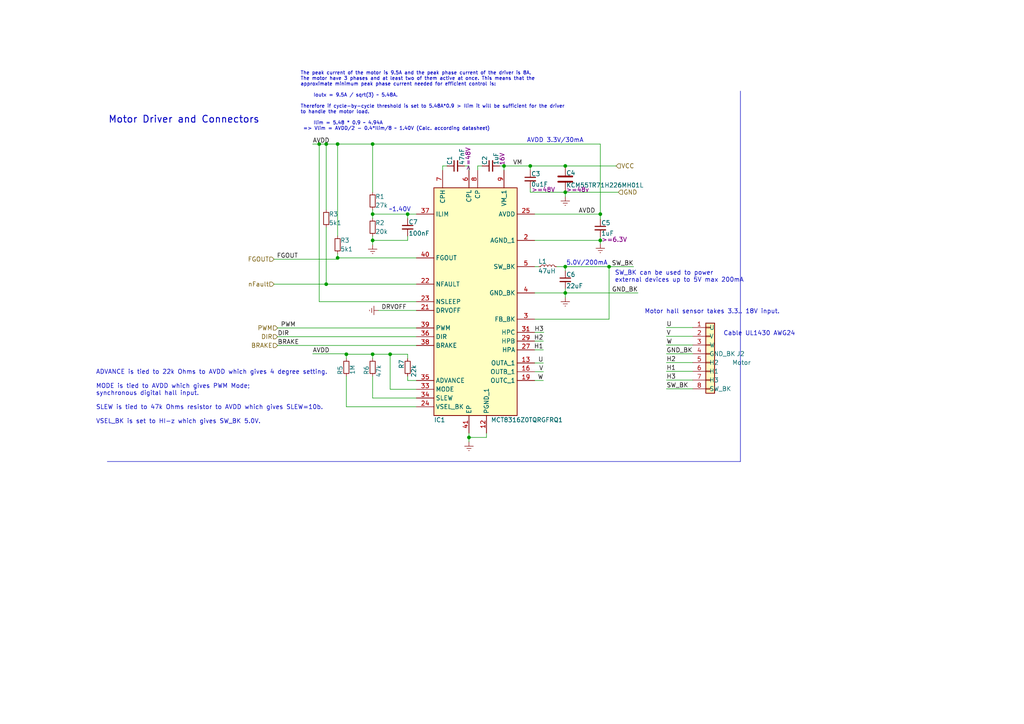
<source format=kicad_sch>
(kicad_sch (version 20230121) (generator eeschema)
  (paper "A4")
  (lib_symbols
    (symbol "Connector_Generic:Conn_01x08" (pin_names (offset 1.016))
      (property "Reference" "J2" (at 7.62 0 0))
      (property "Value" "Motor" (at 6.35 -2.54 0))
      (symbol "Conn_01x08_1_1"
        (rectangle (start -1.27 -10.033) (end 0 -10.287) (stroke (width 0.1524)))
        (rectangle (start -1.27 -7.493) (end 0 -7.747) (stroke (width 0.1524)))
        (rectangle (start -1.27 -4.953) (end 0 -5.207) (stroke (width 0.1524)))
        (rectangle (start -1.27 -2.413) (end 0 -2.667) (stroke (width 0.1524)))
        (rectangle (start -1.27 0.127) (end 0 -0.127) (stroke (width 0.1524)))
        (rectangle (start -1.27 2.667) (end 0 2.413) (stroke (width 0.1524)))
        (rectangle (start -1.27 5.207) (end 0 4.953) (stroke (width 0.1524)))
        (rectangle (start -1.27 7.747) (end 0 7.493) (stroke (width 0.1524)))
        (rectangle (start -1.27 8.89) (end 1.27 -11.43) (stroke (width 0.254)) (fill (type background)))
        (pin passive line (at -5.08 7.62 0) (length 3.81) (name "U") (number "1"))
        (pin passive line (at -5.08 5.08 0) (length 3.81) (name "V") (number "2"))
        (pin passive line (at -5.08 2.54 0) (length 3.81) (name "W") (number "3"))
        (pin passive line (at -5.08 0 0) (length 3.81) (name "GND_BK") (number "4"))
        (pin passive line (at -5.08 -2.54 0) (length 3.81) (name "H2") (number "5"))
        (pin passive line (at -5.08 -5.08 0) (length 3.81) (name "H1") (number "6"))
        (pin passive line (at -5.08 -7.62 0) (length 3.81) (name "H3") (number "7"))
        (pin passive line (at -5.08 -10.16 0) (length 3.81) (name "SW_BK") (number "8") (alternate "SW_BK" passive line))
      )
    )
    (symbol "Device:C" (pin_numbers hide) (pin_names (offset 0.254))
      (property "Reference" "C" (at 0.635 2.54 0))
      (property "Value" "C" (at 0.635 -2.54 0))
      (symbol "C_0_1"
        (polyline (pts (xy -2.032 -0.762) (xy 2.032 -0.762)) (stroke (width 0.508)))
        (polyline (pts (xy -2.032 0.762) (xy 2.032 0.762)) (stroke (width 0.508)))
      )
      (symbol "C_1_1"
        (pin passive line (at 0 3.81 270) (length 2.794) (name "~") (number "1"))
        (pin passive line (at 0 -3.81 90) (length 2.794) (name "~") (number "2"))
      )
    )
    (symbol "Device:C_Small" (pin_numbers hide) (pin_names (offset 0.254) hide)
      (property "Reference" "C" (at 0.254 1.778 0))
      (property "Value" "C_Small" (at 0.254 -2.032 0))
      (symbol "C_Small_0_1"
        (polyline (pts (xy -1.524 -0.508) (xy 1.524 -0.508)) (stroke (width 0.3302)))
        (polyline (pts (xy -1.524 0.508) (xy 1.524 0.508)) (stroke (width 0.3048)))
      )
      (symbol "C_Small_1_1"
        (pin passive line (at 0 2.54 270) (length 2.032) (name "~") (number "1"))
        (pin passive line (at 0 -2.54 90) (length 2.032) (name "~") (number "2"))
      )
    )
    (symbol "Device:L_Small" (pin_numbers hide) (pin_names (offset 0.254) hide)
      (property "Reference" "L" (at 0.762 1.016 0))
      (property "Value" "L_Small" (at 0.762 -1.016 0))
      (symbol "L_Small_0_1"
        (arc (start 0 -2.032) (mid 0.5058 -1.524) (end 0 -1.016))
        (arc (start 0 -1.016) (mid 0.5058 -0.508) (end 0 0))
        (arc (start 0 0) (mid 0.5058 0.508) (end 0 1.016))
        (arc (start 0 1.016) (mid 0.5058 1.524) (end 0 2.032))
      )
      (symbol "L_Small_1_1"
        (pin passive line (at 0 2.54 270) (length 0.508) (name "~") (number "1"))
        (pin passive line (at 0 -2.54 90) (length 0.508) (name "~") (number "2"))
      )
    )
    (symbol "Device:R_Small" (pin_numbers hide) (pin_names (offset 0.254) hide)
      (property "Reference" "R" (at 0.762 0.508 0))
      (property "Value" "R_Small" (at 0.762 -1.016 0))
      (symbol "R_Small_0_1"
        (rectangle (start -0.762 1.778) (end 0.762 -1.778) (stroke (width 0.2032)))
      )
      (symbol "R_Small_1_1"
        (pin passive line (at 0 2.54 270) (length 0.762) (name "~") (number "1"))
        (pin passive line (at 0 -2.54 90) (length 0.762) (name "~") (number "2"))
      )
    )
    (symbol "MCT8316Z0TQRGFRQ1:MCT8316Z0TQRGFRQ1"
      (property "Reference" "IC?" (at 5.08 -54.61 0))
      (property "Value" "MCT8316Z0TQRGFRQ1" (at 21.59 -54.61 0))
      (symbol "MCT8316Z0TQRGFRQ1_1_1"
        (rectangle (start 5.08 12.7) (end 29.21 -53.34) (stroke (width 0.254)) (fill (type background)))
        (pin no_connect line (at 29.21 -5.08 180) (length 5.08) hide (name "NC") (number "1"))
        (pin passive line (at 25.4 17.78 270) (length 5.08) hide (name "VM_2") (number "10"))
        (pin passive line (at 25.4 17.78 270) (length 5.08) hide (name "VM_3") (number "11"))
        (pin passive line (at 20.32 -58.42 90) (length 5.08) (name "PGND_1") (number "12"))
        (pin passive line (at 34.29 -38.1 180) (length 5.08) (name "OUTA_1") (number "13"))
        (pin passive line (at 34.29 -38.1 180) (length 5.08) hide (name "OUTA_2") (number "14"))
        (pin passive line (at 20.32 -58.42 90) (length 5.08) hide (name "PGND_2") (number "15"))
        (pin passive line (at 34.29 -40.64 180) (length 5.08) (name "OUTB_1") (number "16"))
        (pin passive line (at 34.29 -40.64 180) (length 5.08) hide (name "OUTB_2") (number "17"))
        (pin passive line (at 20.32 -58.42 90) (length 5.08) hide (name "PGND_3") (number "18"))
        (pin passive line (at 34.29 -43.18 180) (length 5.08) (name "OUTC_1") (number "19"))
        (pin passive line (at 34.29 -2.54 180) (length 5.08) (name "AGND_1") (number "2"))
        (pin passive line (at 34.29 -43.18 180) (length 5.08) hide (name "OUTC_2") (number "20"))
        (pin passive line (at 0 -22.86 0) (length 5.08) (name "DRVOFF") (number "21"))
        (pin passive line (at 0 -15.24 0) (length 5.08) (name "NFAULT") (number "22"))
        (pin passive line (at 0 -20.32 0) (length 5.08) (name "NSLEEP") (number "23"))
        (pin passive line (at 0 -50.8 0) (length 5.08) (name "VSEL_BK") (number "24"))
        (pin passive line (at 34.29 5.08 180) (length 5.08) (name "AVDD") (number "25"))
        (pin passive line (at 34.29 -2.54 180) (length 5.08) hide (name "AGND_2") (number "26"))
        (pin passive line (at 34.29 -34.29 180) (length 5.08) (name "HPA") (number "27"))
        (pin no_connect line (at 29.21 -21.59 180) (length 5.08) hide (name "HNA") (number "28"))
        (pin passive line (at 34.29 -31.75 180) (length 5.08) (name "HPB") (number "29"))
        (pin passive line (at 34.29 -25.4 180) (length 5.08) (name "FB_BK") (number "3"))
        (pin no_connect line (at 29.21 -21.59 180) (length 5.08) hide (name "HNB") (number "30"))
        (pin passive line (at 34.29 -29.21 180) (length 5.08) (name "HPC") (number "31"))
        (pin no_connect line (at 29.21 -21.59 180) (length 5.08) hide (name "HNC") (number "32"))
        (pin passive line (at 0 -45.72 0) (length 5.08) (name "MODE") (number "33"))
        (pin passive line (at 0 -48.26 0) (length 5.08) (name "SLEW") (number "34"))
        (pin passive line (at 0 -43.18 0) (length 5.08) (name "ADVANCE") (number "35"))
        (pin passive line (at 0 -30.48 0) (length 5.08) (name "DIR") (number "36"))
        (pin passive line (at 0 5.08 0) (length 5.08) (name "ILIM") (number "37"))
        (pin passive line (at 0 -33.02 0) (length 5.08) (name "BRAKE") (number "38"))
        (pin passive line (at 0 -27.94 0) (length 5.08) (name "PWM") (number "39"))
        (pin passive line (at 34.29 -17.78 180) (length 5.08) (name "GND_BK") (number "4"))
        (pin passive line (at 0 -7.62 0) (length 5.08) (name "FGOUT") (number "40"))
        (pin passive line (at 15.24 -58.42 90) (length 5.08) (name "EP") (number "41"))
        (pin passive line (at 34.29 -10.16 180) (length 5.08) (name "SW_BK") (number "5"))
        (pin passive line (at 15.24 17.78 270) (length 5.08) (name "CPL") (number "6"))
        (pin passive line (at 7.62 17.78 270) (length 5.08) (name "CPH") (number "7"))
        (pin passive line (at 17.78 17.78 270) (length 5.08) (name "CP") (number "8"))
        (pin passive line (at 25.4 17.78 270) (length 5.08) (name "VM_1") (number "9"))
      )
    )
    (symbol "power:GNDREF" (power) (pin_names (offset 0))
      (property "Value" "GNDREF" (at 0 -3.81 0))
      (symbol "GNDREF_0_1"
        (polyline (pts (xy -0.635 -1.905) (xy 0.635 -1.905)))
        (polyline (pts (xy -0.127 -2.54) (xy 0.127 -2.54)))
        (polyline (pts (xy 0 -1.27) (xy 0 0)))
        (polyline (pts (xy 1.27 -1.27) (xy -1.27 -1.27)))
      )
      (symbol "GNDREF_1_1"
        (pin power_in line (at 0 0 270) (length 0) hide (name "GNDREF") (number "1"))
      )
    )
  )
  (junction (at 108.077 69.723))
  (junction (at 108.077 102.743))
  (junction (at 108.077 62.103))
  (junction (at 146.177 48.133))
  (junction (at 136.017 126.873))
  (junction (at 97.917 41.783))
  (junction (at 94.615 41.783))
  (junction (at 153.797 48.133))
  (junction (at 176.657 77.343))
  (junction (at 92.583 41.783))
  (junction (at 163.957 84.963))
  (junction (at 118.237 62.103))
  (junction (at 163.957 55.753))
  (junction (at 108.077 41.783))
  (junction (at 174.117 69.723))
  (junction (at 163.957 77.343))
  (junction (at 113.157 102.743))
  (junction (at 100.457 102.743))
  (junction (at 97.917 74.803))
  (junction (at 163.957 48.133))
  (junction (at 174.117 62.103))
  (junction (at 94.615 82.423))
  (wire (pts (xy 153.797 55.753) (xy 163.957 55.753)))
  (polyline (pts (xy 31.115 133.858) (xy 214.757 133.858)))
  (wire (pts (xy 120.777 112.903) (xy 113.157 112.903)))
  (wire (pts (xy 118.237 109.093) (xy 118.237 110.363)))
  (wire (pts (xy 94.615 82.423) (xy 79.502 82.423)))
  (wire (pts (xy 108.077 62.103) (xy 118.237 62.103)))
  (wire (pts (xy 153.797 48.133) (xy 163.957 48.133)))
  (wire (pts (xy 90.678 102.616) (xy 100.457 102.616)))
  (wire (pts (xy 128.397 48.133) (xy 129.667 48.133)))
  (wire (pts (xy 94.615 41.783) (xy 94.615 60.833)))
  (wire (pts (xy 92.583 87.503) (xy 120.777 87.503)))
  (wire (pts (xy 118.237 110.363) (xy 120.777 110.363)))
  (wire (pts (xy 155.067 107.823) (xy 157.607 107.823)))
  (wire (pts (xy 153.797 48.133) (xy 153.797 49.403)))
  (wire (pts (xy 108.077 69.723) (xy 108.077 70.993)))
  (wire (pts (xy 155.067 105.283) (xy 157.607 105.283)))
  (wire (pts (xy 155.067 96.393) (xy 157.734 96.393)))
  (wire (pts (xy 118.237 104.013) (xy 118.237 102.743)))
  (wire (pts (xy 128.397 48.133) (xy 128.397 49.403)))
  (wire (pts (xy 163.957 84.963) (xy 155.067 84.963)))
  (wire (pts (xy 94.615 65.913) (xy 94.615 82.423)))
  (wire (pts (xy 97.917 75.184) (xy 97.917 74.803)))
  (wire (pts (xy 92.583 41.783) (xy 94.615 41.783)))
  (wire (pts (xy 80.518 95.123) (xy 120.777 95.123)))
  (wire (pts (xy 193.294 94.996) (xy 200.914 94.996)))
  (wire (pts (xy 155.067 77.343) (xy 156.337 77.343)))
  (wire (pts (xy 174.117 62.103) (xy 174.117 63.627)))
  (wire (pts (xy 138.557 48.133) (xy 138.557 49.403)))
  (wire (pts (xy 108.077 60.833) (xy 108.077 62.103)))
  (wire (pts (xy 113.157 102.743) (xy 118.237 102.743)))
  (wire (pts (xy 176.657 77.343) (xy 176.657 92.583)))
  (wire (pts (xy 108.077 109.093) (xy 108.077 115.443)))
  (wire (pts (xy 94.615 82.423) (xy 120.777 82.423)))
  (wire (pts (xy 193.294 112.776) (xy 200.914 112.776)))
  (wire (pts (xy 174.117 41.783) (xy 174.117 62.103)))
  (wire (pts (xy 193.294 97.536) (xy 200.914 97.536)))
  (wire (pts (xy 136.017 126.873) (xy 136.017 128.143)))
  (wire (pts (xy 174.117 68.707) (xy 174.117 69.723)))
  (wire (pts (xy 141.097 125.603) (xy 141.097 126.873)))
  (wire (pts (xy 100.457 102.743) (xy 108.077 102.743)))
  (wire (pts (xy 108.077 115.443) (xy 120.777 115.443)))
  (wire (pts (xy 94.615 41.783) (xy 97.917 41.783)))
  (wire (pts (xy 136.017 48.133) (xy 134.747 48.133)))
  (wire (pts (xy 139.827 48.133) (xy 138.557 48.133)))
  (wire (pts (xy 100.457 117.983) (xy 120.777 117.983)))
  (wire (pts (xy 108.077 41.783) (xy 108.077 55.753)))
  (wire (pts (xy 163.957 83.693) (xy 163.957 84.963)))
  (wire (pts (xy 97.917 41.783) (xy 97.917 68.453)))
  (wire (pts (xy 193.294 107.696) (xy 200.914 107.696)))
  (wire (pts (xy 155.067 98.933) (xy 157.607 98.933)))
  (wire (pts (xy 141.097 126.873) (xy 136.017 126.873)))
  (wire (pts (xy 144.907 48.133) (xy 146.177 48.133)))
  (wire (pts (xy 163.957 48.133) (xy 178.689 48.133)))
  (wire (pts (xy 193.294 105.156) (xy 200.914 105.156)))
  (wire (pts (xy 136.017 126.873) (xy 136.017 125.603)))
  (wire (pts (xy 193.294 102.616) (xy 200.914 102.616)))
  (wire (pts (xy 174.117 41.783) (xy 108.077 41.783)))
  (wire (pts (xy 80.518 100.203) (xy 120.777 100.203)))
  (wire (pts (xy 109.728 90.043) (xy 120.777 90.043)))
  (wire (pts (xy 97.917 73.533) (xy 97.917 74.803)))
  (wire (pts (xy 100.457 102.743) (xy 100.457 104.013)))
  (wire (pts (xy 100.457 102.616) (xy 100.457 102.743)))
  (wire (pts (xy 163.957 78.613) (xy 163.957 77.343)))
  (wire (pts (xy 118.237 68.453) (xy 118.237 69.723)))
  (wire (pts (xy 174.117 69.723) (xy 155.067 69.723)))
  (wire (pts (xy 163.957 84.963) (xy 163.957 86.233)))
  (wire (pts (xy 146.177 48.133) (xy 146.177 49.403)))
  (wire (pts (xy 155.067 92.583) (xy 176.657 92.583)))
  (wire (pts (xy 176.657 77.343) (xy 183.769 77.343)))
  (wire (pts (xy 155.067 62.103) (xy 174.117 62.103)))
  (polyline (pts (xy 214.757 26.416) (xy 214.757 133.858)))
  (wire (pts (xy 100.457 109.093) (xy 100.457 117.983)))
  (wire (pts (xy 163.957 55.753) (xy 179.324 55.753)))
  (wire (pts (xy 146.177 48.133) (xy 153.797 48.133)))
  (wire (pts (xy 155.067 110.363) (xy 157.607 110.363)))
  (wire (pts (xy 92.583 41.783) (xy 92.583 87.503)))
  (wire (pts (xy 163.957 55.753) (xy 163.957 57.023)))
  (wire (pts (xy 80.518 97.663) (xy 120.777 97.663)))
  (wire (pts (xy 118.237 62.103) (xy 118.237 63.373)))
  (wire (pts (xy 90.678 41.783) (xy 92.583 41.783)))
  (wire (pts (xy 108.077 69.723) (xy 108.077 68.453)))
  (wire (pts (xy 136.017 49.403) (xy 136.017 48.133)))
  (wire (pts (xy 108.077 102.743) (xy 108.077 104.013)))
  (wire (pts (xy 79.502 75.184) (xy 97.917 75.184)))
  (wire (pts (xy 193.294 100.076) (xy 200.914 100.076)))
  (wire (pts (xy 163.957 84.963) (xy 185.039 84.963)))
  (wire (pts (xy 174.117 69.723) (xy 174.117 70.739)))
  (wire (pts (xy 97.917 41.783) (xy 108.077 41.783)))
  (wire (pts (xy 118.237 62.103) (xy 120.777 62.103)))
  (wire (pts (xy 153.797 54.483) (xy 153.797 55.753)))
  (wire (pts (xy 108.077 69.723) (xy 118.237 69.723)))
  (wire (pts (xy 113.157 112.903) (xy 113.157 102.743)))
  (wire (pts (xy 155.067 101.473) (xy 157.607 101.473)))
  (wire (pts (xy 163.957 77.343) (xy 176.657 77.343)))
  (wire (pts (xy 193.294 110.236) (xy 200.914 110.236)))
  (wire (pts (xy 97.917 74.803) (xy 120.777 74.803)))
  (wire (pts (xy 163.957 77.343) (xy 161.417 77.343)))
  (wire (pts (xy 108.077 63.373) (xy 108.077 62.103)))
  (wire (pts (xy 108.077 102.743) (xy 113.157 102.743)))
  (text "Cable UL1430 AWG24" (at 209.804 97.536 0) (effects (font (size 1.27 1.27)) (justify left bottom)))
  (text "~1.40V" (at 112.776 61.595 0) (effects (font (size 1.27 1.27)) (justify left bottom)))
  (text "ADVANCE is tied to 22k Ohms to AVDD which gives 4 degree setting.\n\nMODE is tied to AVDD which gives PWM Mode;\nsynchronous digital hall input.\n\nSLEW is tied to 47k Ohms resistor to AVDD which gives SLEW=10b.\n\nVSEL_BK is set to HI-z which gives SW_BK 5.0V." (at 27.813 123.063 0) (effects (font (size 1.27 1.27)) (justify left bottom)))
  (text "The peak current of the motor is 9.5A and the peak phase current of the driver is 8A.\nThe motor have 3 phases and at least two of them active at once. This means that the\napproximate minimum peak phase current needed for efficient control is:\n	\n	Ioutx = 9.5A / sqrt(3) ~ 5.48A.\n\nTherefore if cycle-by-cycle threshold is set to 5.48A*0.9 > Ilim it will be sufficient for the driver\nto handle the motor load.\n\n	Ilim = 5.48 * 0.9 ~ 4.94A\n => Vlim = AVDD/2 - 0.4*Ilim/8 ~ 1.40V (Calc. according datasheet)" (at 87.122 37.973 0) (effects (font (size 1 1)) (justify left bottom)))
  (text "Motor Driver and Connectors" (at 31.369 35.941 0) (effects (font (size 2 2) (thickness 0.254) bold) (justify left bottom)))
  (text "SW_BK can be used to power \nexternal devices up to 5V max 200mA\n" (at 178.308 82.042 0) (effects (font (size 1.27 1.27)) (justify left bottom)))
  (text "Motor hall sensor takes 3.3.. 18V input." (at 186.944 91.186 0) (effects (font (size 1.27 1.27)) (justify left bottom)))
  (text "AVDD 3.3V/30mA" (at 152.781 41.529 0) (effects (font (size 1.27 1.27)) (justify left bottom)))
  (text "5.0V/200mA" (at 164.211 77.089 0) (effects (font (size 1.27 1.27)) (justify left bottom)))
  (label "V" (at 157.607 107.823 180))
  (label "H3" (at 193.294 110.236 0))
  (label "GND_BK" (at 193.294 102.616 0))
  (label "H3" (at 157.734 96.393 180))
  (label "H1" (at 193.294 107.696 0))
  (label "W" (at 193.294 100.076 0))
  (label "H2" (at 193.294 105.156 0))
  (label "DRVOFF" (at 110.617 90.043 0))
  (label "U" (at 157.607 105.283 180))
  (label "SW_BK" (at 183.769 77.343 180))
  (label "H1" (at 157.607 101.473 180))
  (label "PWM" (at 81.407 95.123 0))
  (label "GND_BK" (at 185.039 84.963 180))
  (label "V" (at 193.294 97.536 0))
  (label "AVDD" (at 90.678 41.783 0))
  (label "VM" (at 151.511 48.133 180))
  (label "H2" (at 157.607 98.933 180))
  (label "FGOUT" (at 80.264 75.184 0))
  (label "DIR" (at 80.518 97.663 0))
  (label "W" (at 157.607 110.363 180))
  (label "U" (at 193.294 94.996 0))
  (label "BRAKE" (at 80.518 100.203 0))
  (label "AVDD" (at 167.767 62.103 0))
  (label "AVDD" (at 90.678 102.616 0))
  (label "SW_BK" (at 193.294 112.776 0))
  (hierarchical_label "FGOUT" (shape input) (at 79.502 75.184 180))
  (hierarchical_label "nFault" (shape input) (at 79.502 82.423 180))
  (hierarchical_label "PWM" (shape input) (at 80.518 95.123 180))
  (hierarchical_label "GND" (shape input) (at 179.324 55.753 0))
  (hierarchical_label "BRAKE" (shape input) (at 80.518 100.203 180))
  (hierarchical_label "DIR" (shape input) (at 80.518 97.663 180))
  (hierarchical_label "VCC" (shape input) (at 178.689 48.133 0))
  (symbol (lib_id "Device:C_Small") (at 153.797 51.943 0) (unit 1)
    (property "Reference" "C3" (at 154.051 50.419 0) (effects (justify left)))
    (property "Value" "0u1F" (at 154.051 53.467 0) (effects (justify left)))
    (property "Footprint" "SamacSys_Parts:CAPC1608X95N" (effects hide))
    (property "Voltage" ">=48V" (at 157.607 54.991 0))
    (instances (project "driver_seperate" (path "" (reference "C3") (unit 1)) (path "" (reference "C4") (unit 1))) (project "Driverboard" (path "" (reference "C_VM1") (unit 1)) (path "" (reference "C_VM?") (unit 1)) (path "" (reference "C_VM?") (unit 1)) (path "" (reference "C_VM?") (unit 1))))
  )
  (symbol (lib_id "power:GNDREF") (at 108.077 70.993 0) (unit 1)
    (property "Reference" "#PWR01" (effects hide))
    (property "Value" "GNDREF" (effects hide))
    (instances (project "driver_seperate" (path "" (reference "#PWR01") (unit 1)) (path "" (reference "#PWR01") (unit 1))) (project "Driverboard" (path "" (reference "#PWR?") (unit 1)) (path "" (reference "#PWR?") (unit 1)) (path "" (reference "#PWR?") (unit 1)) (path "" (reference "#PWR?") (unit 1))))
  )
  (symbol (lib_id "Device:C_Small") (at 163.957 81.153 0) (unit 1)
    (property "Reference" "C6" (at 164.211 79.629 0) (effects (justify left)))
    (property "Value" "22uF" (at 164.211 82.931 0) (effects (justify left)))
    (property "Footprint" "Capacitor_SMD:C_1206_3216Metric" (effects hide))
    (instances (project "driver_seperate" (path "" (reference "C6") (unit 1)) (path "" (reference "C6") (unit 1))) (project "Driverboard" (path "" (reference "C?") (unit 1)) (path "" (reference "C?") (unit 1)) (path "" (reference "C?") (unit 1)) (path "" (reference "C?") (unit 1))))
  )
  (symbol (lib_id "Connector_Generic:Conn_01x08") (at 205.994 102.616 0) (unit 1)
    (property "Reference" "J2" (at 213.614 102.616 0) (effects (justify left)))
    (property "Value" "Motor" (at 212.344 105.156 0) (effects (justify left)))
    (property "Footprint" "Connector_Molex:Molex_KK-254_AE-6410-08A_1x08_P2.54mm_Vertical" (effects hide))
    (pin "8" (alternate "SW_BK"))
    (instances (project "driver_seperate" (path "" (reference "J2") (unit 1))) (project "DriverboardComp" (path "" (reference "J6") (unit 1)) (path "" (reference "J6") (unit 1)) (path "" (reference "J6") (unit 1)) (path "" (reference "J6") (unit 1)) (path "" (reference "J6") (unit 1))))
  )
  (symbol (lib_id "Device:C_Small") (at 118.237 65.913 0) (unit 1)
    (property "Reference" "C7" (at 118.491 64.389 0) (effects (justify left)))
    (property "Value" "100nF" (at 118.491 67.691 0) (effects (justify left)))
    (property "Footprint" "Capacitor_SMD:C_0805_2012Metric" (effects hide))
    (instances (project "driver_seperate" (path "" (reference "C7") (unit 1)) (path "" (reference "C1") (unit 1))) (project "Driverboard" (path "" (reference "C?") (unit 1)) (path "" (reference "C?") (unit 1)) (path "" (reference "C?") (unit 1)) (path "" (reference "C?") (unit 1))))
  )
  (symbol (lib_id "Device:C") (at 163.957 51.943 0) (unit 1)
    (property "Reference" "C4" (at 164.211 50.165 0) (effects (justify left)))
    (property "Value" "KCM55TR71H226MH01L" (at 164.211 53.721 0) (effects (justify left)))
    (property "Footprint" "SamacSys_Parts:CAPC6153X500N" (effects hide))
    (property "Voltage" ">=48v" (at 167.513 54.991 0))
    (instances (project "driver_seperate" (path "" (reference "C4") (unit 1)) (path "" (reference "C5") (unit 1))) (project "Driverboard" (path "" (reference "C_VM2") (unit 1)) (path "" (reference "C_VM?") (unit 1)) (path "" (reference "C_VM?") (unit 1)) (path "" (reference "C_VM?") (unit 1))))
  )
  (symbol (lib_id "power:GNDREF") (at 174.117 70.739 0) (unit 1)
    (property "Reference" "#PWR05" (effects hide))
    (property "Value" "GNDREF" (effects hide))
    (instances (project "driver_seperate" (path "" (reference "#PWR05") (unit 1)) (path "" (reference "#PWR07") (unit 1))) (project "Driverboard" (path "" (reference "#PWR?") (unit 1)) (path "" (reference "#PWR?") (unit 1)) (path "" (reference "#PWR?") (unit 1)) (path "" (reference "#PWR?") (unit 1))))
  )
  (symbol (lib_id "power:GNDREF") (at 109.728 90.043 270) (unit 1)
    (property "Reference" "#PWR04" (effects hide))
    (property "Value" "GNDREF" (effects hide))
    (instances (project "driver_seperate" (path "" (reference "#PWR04") (unit 1)) (path "" (reference "#PWR02") (unit 1))) (project "Driverboard" (path "" (reference "#PWR?") (unit 1)) (path "" (reference "#PWR?") (unit 1)) (path "" (reference "#PWR?") (unit 1)) (path "" (reference "#PWR?") (unit 1))))
  )
  (symbol (lib_id "Device:C_Small") (at 174.117 66.167 0) (unit 1)
    (property "Reference" "C5" (at 174.371 64.643 0) (effects (justify left)))
    (property "Value" "1uF" (at 174.371 67.691 0) (effects (justify left)))
    (property "Footprint" "SamacSys_Parts:CAPC3216X178N" (effects hide))
    (property "Voltage" ">=6.3V" (at 178.181 69.469 0))
    (instances (project "driver_seperate" (path "" (reference "C5") (unit 1)) (path "" (reference "C7") (unit 1))) (project "Driverboard" (path "" (reference "C_AVDD1") (unit 1)) (path "" (reference "C_AVDD?") (unit 1)) (path "" (reference "C_AVDD?") (unit 1)) (path "" (reference "C_AVDD?") (unit 1))))
  )
  (symbol (lib_id "Device:C_Small") (at 142.367 48.133 90) (unit 1)
    (property "Reference" "C2" (at 140.589 47.879 0) (effects (justify left)))
    (property "Value" "1uF" (at 143.891 47.879 0) (effects (justify left)))
    (property "Footprint" "SamacSys_Parts:CAPC3216X178N" (effects hide))
    (property "Voltage" "16V" (at 145.669 46.101 0))
    (instances (project "driver_seperate" (path "" (reference "C2") (unit 1)) (path "" (reference "C3") (unit 1))) (project "Driverboard" (path "" (reference "C_CP") (unit 1)) (path "" (reference "C_CP?") (unit 1)) (path "" (reference "C_CP?") (unit 1)) (path "" (reference "C_CP?") (unit 1))))
  )
  (symbol (lib_id "Device:R_Small") (at 100.457 106.553 180) (unit 1)
    (property "Reference" "R5" (at 98.679 106.045 90) (effects (justify left)))
    (property "Value" "1M" (at 102.235 105.791 90) (effects (justify left)))
    (property "Footprint" "Resistor_SMD:R_0805_2012Metric_Pad1.20x1.40mm_HandSolder" (effects hide))
    (instances (project "driver_seperate" (path "" (reference "R5") (unit 1)) (path "" (reference "R3") (unit 1))) (project "Driverboard" (path "" (reference "R?") (unit 1)) (path "" (reference "R?") (unit 1)) (path "" (reference "R?") (unit 1)) (path "" (reference "R?") (unit 1))))
  )
  (symbol (lib_id "MCT8316Z0TQRGFRQ1:MCT8316Z0TQRGFRQ1") (at 120.777 67.183 0) (unit 1)
    (property "Reference" "IC1" (at 125.857 121.793 0) (effects (justify left)))
    (property "Value" "MCT8316Z0TQRGFRQ1" (at 142.367 121.793 0) (effects (justify left)))
    (property "Footprint" "SamacSys_Parts:QFN50P500X700X100-41N-D" (effects hide))
    (property "Reference_1" "IC" (effects hide))
    (property "Value_1" "MCT8316Z0TQRGFRQ1" (effects hide))
    (property "Footprint_1" "QFN50P500X700X100-41N-D" (effects hide))
    (property "Datasheet_1" "https://www.ti.com/lit/ds/symlink/mct8316z-q1.pdf?ts=1644468763902&ref_url=https%253A%252F%252Fwww.ti.com%252Fproduct%252FMCT8316Z-Q1" (effects hide))
    (property "Height" "1" (effects hide))
    (property "Mouser Part Number" "595-CT8316Z0TQRGFRQ1" (effects hide))
    (property "Mouser Price/Stock" "https://www.mouser.co.uk/ProductDetail/Texas-Instruments/MCT8316Z0TQRGFRQ1?qs=doiCPypUmgGjpIW3bYp16w%3D%3D" (effects hide))
    (property "Manufacturer_Name" "Texas Instruments" (effects hide))
    (property "Manufacturer_Part_Number" "MCT8316Z0TQRGFRQ1" (effects hide))
    (instances (project "driver_seperate" (path "" (reference "IC1") (unit 1)) (path "" (reference "IC1") (unit 1))) (project "Driverboard" (path "" (reference "IC?") (unit 1)) (path "" (reference "IC?") (unit 1)) (path "" (reference "IC?") (unit 1)) (path "" (reference "IC?") (unit 1))))
  )
  (symbol (lib_id "Device:L_Small") (at 158.877 77.343 90) (unit 1)
    (property "Reference" "L1" (at 157.353 75.819 90))
    (property "Value" "47uH" (at 158.623 78.613 90))
    (property "Footprint" "SamacSys_Parts:INDPM7973X540N" (effects hide))
    (instances (project "driver_seperate" (path "" (reference "L1") (unit 1)) (path "" (reference "L1") (unit 1))) (project "Driverboard" (path "" (reference "L?") (unit 1)) (path "" (reference "L?") (unit 1)) (path "" (reference "L?") (unit 1)) (path "" (reference "L?") (unit 1))))
  )
  (symbol (lib_id "Device:R_Small") (at 94.615 63.373 0) (unit 1)
    (property "Reference" "R3" (at 95.377 62.103 0) (effects (justify left)))
    (property "Value" "5k1" (at 95.377 64.643 0) (effects (justify left)))
    (property "Footprint" "Resistor_SMD:R_0603_1608Metric_Pad0.98x0.95mm_HandSolder" (effects hide))
    (instances (project "driver_seperate" (path "" (reference "R3") (unit 1)) (path "" (reference "R1") (unit 1))) (project "Driverboard" (path "" (reference "R?") (unit 1)) (path "" (reference "R?") (unit 1)) (path "" (reference "R?") (unit 1)) (path "" (reference "R?") (unit 1))))
  )
  (symbol (lib_id "power:GNDREF") (at 163.957 86.233 0) (unit 1)
    (property "Reference" "#PWR04" (effects hide))
    (property "Value" "GNDREF" (effects hide))
    (instances (project "driver_seperate" (path "" (reference "#PWR04") (unit 1)) (path "" (reference "#PWR05") (unit 1))) (project "Driverboard" (path "" (reference "#PWR?") (unit 1)) (path "" (reference "#PWR?") (unit 1)) (path "" (reference "#PWR?") (unit 1)) (path "" (reference "#PWR?") (unit 1))))
  )
  (symbol (lib_id "power:GNDREF") (at 136.017 128.143 0) (unit 1)
    (property "Reference" "#PWR02" (effects hide))
    (property "Value" "GNDREF" (effects hide))
    (instances (project "driver_seperate" (path "" (reference "#PWR02") (unit 1)) (path "" (reference "#PWR03") (unit 1))) (project "Driverboard" (path "" (reference "#PWR?") (unit 1)) (path "" (reference "#PWR?") (unit 1)) (path "" (reference "#PWR?") (unit 1)) (path "" (reference "#PWR?") (unit 1))))
  )
  (symbol (lib_id "Device:R_Small") (at 108.077 58.293 0) (unit 1)
    (property "Reference" "R1" (at 108.839 57.023 0) (effects (justify left)))
    (property "Value" "27k" (at 108.839 59.563 0) (effects (justify left)))
    (property "Footprint" "Resistor_SMD:R_0603_1608Metric_Pad0.98x0.95mm_HandSolder" (effects hide))
    (instances (project "driver_seperate" (path "" (reference "R1") (unit 1)) (path "" (reference "R4") (unit 1))) (project "Driverboard" (path "" (reference "R?") (unit 1)) (path "" (reference "R?") (unit 1)) (path "" (reference "R?") (unit 1)) (path "" (reference "R?") (unit 1))))
  )
  (symbol (lib_id "Device:R_Small") (at 108.077 106.553 180) (unit 1)
    (property "Reference" "R6" (at 106.299 106.045 90) (effects (justify left)))
    (property "Value" "47k" (at 109.855 105.791 90) (effects (justify left)))
    (property "Footprint" "Resistor_SMD:R_0402_1005Metric_Pad0.72x0.64mm_HandSolder" (effects hide))
    (instances (project "driver_seperate" (path "" (reference "R6") (unit 1)) (path "" (reference "R6") (unit 1))) (project "Driverboard" (path "" (reference "R?") (unit 1)) (path "" (reference "R?") (unit 1)) (path "" (reference "R?") (unit 1)) (path "" (reference "R?") (unit 1))))
  )
  (symbol (lib_id "Device:R_Small") (at 118.237 106.553 180) (unit 1)
    (property "Reference" "R7" (at 116.459 104.267 90) (effects (justify left)))
    (property "Value" "22k" (at 120.015 105.791 90) (effects (justify left)))
    (property "Footprint" "Resistor_SMD:R_0402_1005Metric_Pad0.72x0.64mm_HandSolder" (effects hide))
    (instances (project "driver_seperate" (path "" (reference "R7") (unit 1)) (path "" (reference "R7") (unit 1))) (project "Driverboard" (path "" (reference "R?") (unit 1)) (path "" (reference "R?") (unit 1)) (path "" (reference "R?") (unit 1)) (path "" (reference "R?") (unit 1))))
  )
  (symbol (lib_id "power:GNDREF") (at 163.957 57.023 0) (unit 1)
    (property "Reference" "#PWR03" (effects hide))
    (property "Value" "GNDREF" (effects hide))
    (instances (project "driver_seperate" (path "" (reference "#PWR03") (unit 1)) (path "" (reference "#PWR04") (unit 1))) (project "Driverboard" (path "" (reference "#PWR?") (unit 1)) (path "" (reference "#PWR?") (unit 1)) (path "" (reference "#PWR?") (unit 1)) (path "" (reference "#PWR?") (unit 1))))
  )
  (symbol (lib_id "Device:C_Small") (at 132.207 48.133 90) (unit 1)
    (property "Reference" "C1" (at 130.429 47.879 0) (effects (justify left)))
    (property "Value" "47nF" (at 133.985 47.879 0) (effects (justify left)))
    (property "Footprint" "SamacSys_Parts:CAPC3216X180N" (effects hide))
    (property "Voltage" ">=48V" (at 135.763 46.101 0))
    (instances (project "driver_seperate" (path "" (reference "C1") (unit 1)) (path "" (reference "C2") (unit 1))) (project "Driverboard" (path "" (reference "C_FLY") (unit 1)) (path "" (reference "C_FLY?") (unit 1)) (path "" (reference "C_FLY?") (unit 1)) (path "" (reference "C_FLY?") (unit 1))))
  )
  (symbol (lib_id "Device:R_Small") (at 97.917 70.993 0) (unit 1)
    (property "Reference" "R3" (at 98.679 69.723 0) (effects (justify left)))
    (property "Value" "5k1" (at 98.679 72.263 0) (effects (justify left)))
    (property "Footprint" "Resistor_SMD:R_0603_1608Metric_Pad0.98x0.95mm_HandSolder" (effects hide))
    (instances (project "driver_seperate" (path "" (reference "R3") (unit 1)) (path "" (reference "R2") (unit 1))) (project "Driverboard" (path "" (reference "R?") (unit 1)) (path "" (reference "R?") (unit 1)) (path "" (reference "R?") (unit 1)) (path "" (reference "R?") (unit 1))))
  )
  (symbol (lib_id "Device:R_Small") (at 108.077 65.913 0) (unit 1)
    (property "Reference" "R2" (at 108.839 64.643 0) (effects (justify left)))
    (property "Value" "20k" (at 108.839 67.183 0) (effects (justify left)))
    (property "Footprint" "Resistor_SMD:R_0603_1608Metric_Pad0.98x0.95mm_HandSolder" (effects hide))
    (instances (project "driver_seperate" (path "" (reference "R2") (unit 1)) (path "" (reference "R5") (unit 1))) (project "Driverboard" (path "" (reference "R?") (unit 1)) (path "" (reference "R?") (unit 1)) (path "" (reference "R?") (unit 1)) (path "" (reference "R?") (unit 1))))
  )
)
</source>
